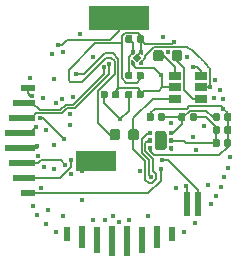
<source format=gbr>
G04 #@! TF.GenerationSoftware,KiCad,Pcbnew,(5.1.5-0-10_14)*
G04 #@! TF.CreationDate,2021-05-03T17:37:28-04:00*
G04 #@! TF.ProjectId,ESLO_RB2,45534c4f-5f52-4423-922e-6b696361645f,rev?*
G04 #@! TF.SameCoordinates,Original*
G04 #@! TF.FileFunction,Copper,L4,Bot*
G04 #@! TF.FilePolarity,Positive*
%FSLAX46Y46*%
G04 Gerber Fmt 4.6, Leading zero omitted, Abs format (unit mm)*
G04 Created by KiCad (PCBNEW (5.1.5-0-10_14)) date 2021-05-03 17:37:28*
%MOMM*%
%LPD*%
G04 APERTURE LIST*
%ADD10R,0.600000X1.300000*%
%ADD11R,0.600000X1.900000*%
%ADD12R,0.600000X2.300000*%
%ADD13R,0.600000X2.500000*%
%ADD14R,1.300000X0.600000*%
%ADD15R,1.900000X0.600000*%
%ADD16R,2.300000X0.600000*%
%ADD17R,2.500000X0.600000*%
%ADD18R,0.600000X2.000000*%
%ADD19R,1.060000X0.650000*%
%ADD20C,0.100000*%
%ADD21R,3.400000X1.800000*%
%ADD22R,5.090000X2.000000*%
%ADD23C,0.450000*%
%ADD24C,0.150000*%
G04 APERTURE END LIST*
D10*
X211260000Y-96600000D03*
D11*
X212530000Y-96900000D03*
D12*
X213800000Y-97100000D03*
D13*
X215070000Y-97200000D03*
X216340000Y-97200000D03*
D12*
X217610000Y-97100000D03*
D11*
X218880000Y-96900000D03*
D10*
X220150000Y-96600000D03*
D14*
X207930000Y-84240000D03*
D15*
X207630000Y-85510000D03*
D16*
X207430000Y-86780000D03*
D17*
X207330000Y-88050000D03*
X207330000Y-89320000D03*
D16*
X207430000Y-90590000D03*
D15*
X207630000Y-91860000D03*
D14*
X207930000Y-93130000D03*
D18*
X222400000Y-94050000D03*
X221400000Y-94050000D03*
D19*
X222600000Y-84200000D03*
X222600000Y-85150000D03*
X222600000Y-83250000D03*
X220400000Y-83250000D03*
X220400000Y-84200000D03*
X220400000Y-85150000D03*
G04 #@! TA.AperFunction,SMDPad,CuDef*
D20*
G36*
X217200000Y-81259878D02*
G01*
X217610122Y-81670000D01*
X217200000Y-82080122D01*
X216789878Y-81670000D01*
X217200000Y-81259878D01*
G37*
G04 #@! TD.AperFunction*
G04 #@! TA.AperFunction,Conductor*
G36*
X217579289Y-81470000D02*
G01*
X217370000Y-81260711D01*
X217370000Y-81010000D01*
X217680000Y-81010000D01*
X217680000Y-81470000D01*
X217579289Y-81470000D01*
G37*
G04 #@! TD.AperFunction*
G04 #@! TA.AperFunction,Conductor*
G36*
X217370000Y-82330000D02*
G01*
X217370000Y-82079289D01*
X217579289Y-81870000D01*
X217680000Y-81870000D01*
X217680000Y-82330000D01*
X217370000Y-82330000D01*
G37*
G04 #@! TD.AperFunction*
G04 #@! TA.AperFunction,Conductor*
G36*
X216720000Y-82330000D02*
G01*
X216720000Y-81870000D01*
X216820711Y-81870000D01*
X217030000Y-82079289D01*
X217030000Y-82330000D01*
X216720000Y-82330000D01*
G37*
G04 #@! TD.AperFunction*
G04 #@! TA.AperFunction,Conductor*
G36*
X216820711Y-81470000D02*
G01*
X216720000Y-81470000D01*
X216720000Y-81010000D01*
X217030000Y-81010000D01*
X217030000Y-81260711D01*
X216820711Y-81470000D01*
G37*
G04 #@! TD.AperFunction*
G04 #@! TA.AperFunction,SMDPad,CuDef*
G36*
X217646958Y-79780710D02*
G01*
X217661276Y-79782834D01*
X217675317Y-79786351D01*
X217688946Y-79791228D01*
X217702031Y-79797417D01*
X217714447Y-79804858D01*
X217726073Y-79813481D01*
X217736798Y-79823202D01*
X217746519Y-79833927D01*
X217755142Y-79845553D01*
X217762583Y-79857969D01*
X217768772Y-79871054D01*
X217773649Y-79884683D01*
X217777166Y-79898724D01*
X217779290Y-79913042D01*
X217780000Y-79927500D01*
X217780000Y-80272500D01*
X217779290Y-80286958D01*
X217777166Y-80301276D01*
X217773649Y-80315317D01*
X217768772Y-80328946D01*
X217762583Y-80342031D01*
X217755142Y-80354447D01*
X217746519Y-80366073D01*
X217736798Y-80376798D01*
X217726073Y-80386519D01*
X217714447Y-80395142D01*
X217702031Y-80402583D01*
X217688946Y-80408772D01*
X217675317Y-80413649D01*
X217661276Y-80417166D01*
X217646958Y-80419290D01*
X217632500Y-80420000D01*
X217337500Y-80420000D01*
X217323042Y-80419290D01*
X217308724Y-80417166D01*
X217294683Y-80413649D01*
X217281054Y-80408772D01*
X217267969Y-80402583D01*
X217255553Y-80395142D01*
X217243927Y-80386519D01*
X217233202Y-80376798D01*
X217223481Y-80366073D01*
X217214858Y-80354447D01*
X217207417Y-80342031D01*
X217201228Y-80328946D01*
X217196351Y-80315317D01*
X217192834Y-80301276D01*
X217190710Y-80286958D01*
X217190000Y-80272500D01*
X217190000Y-79927500D01*
X217190710Y-79913042D01*
X217192834Y-79898724D01*
X217196351Y-79884683D01*
X217201228Y-79871054D01*
X217207417Y-79857969D01*
X217214858Y-79845553D01*
X217223481Y-79833927D01*
X217233202Y-79823202D01*
X217243927Y-79813481D01*
X217255553Y-79804858D01*
X217267969Y-79797417D01*
X217281054Y-79791228D01*
X217294683Y-79786351D01*
X217308724Y-79782834D01*
X217323042Y-79780710D01*
X217337500Y-79780000D01*
X217632500Y-79780000D01*
X217646958Y-79780710D01*
G37*
G04 #@! TD.AperFunction*
G04 #@! TA.AperFunction,SMDPad,CuDef*
G36*
X216676958Y-79780710D02*
G01*
X216691276Y-79782834D01*
X216705317Y-79786351D01*
X216718946Y-79791228D01*
X216732031Y-79797417D01*
X216744447Y-79804858D01*
X216756073Y-79813481D01*
X216766798Y-79823202D01*
X216776519Y-79833927D01*
X216785142Y-79845553D01*
X216792583Y-79857969D01*
X216798772Y-79871054D01*
X216803649Y-79884683D01*
X216807166Y-79898724D01*
X216809290Y-79913042D01*
X216810000Y-79927500D01*
X216810000Y-80272500D01*
X216809290Y-80286958D01*
X216807166Y-80301276D01*
X216803649Y-80315317D01*
X216798772Y-80328946D01*
X216792583Y-80342031D01*
X216785142Y-80354447D01*
X216776519Y-80366073D01*
X216766798Y-80376798D01*
X216756073Y-80386519D01*
X216744447Y-80395142D01*
X216732031Y-80402583D01*
X216718946Y-80408772D01*
X216705317Y-80413649D01*
X216691276Y-80417166D01*
X216676958Y-80419290D01*
X216662500Y-80420000D01*
X216367500Y-80420000D01*
X216353042Y-80419290D01*
X216338724Y-80417166D01*
X216324683Y-80413649D01*
X216311054Y-80408772D01*
X216297969Y-80402583D01*
X216285553Y-80395142D01*
X216273927Y-80386519D01*
X216263202Y-80376798D01*
X216253481Y-80366073D01*
X216244858Y-80354447D01*
X216237417Y-80342031D01*
X216231228Y-80328946D01*
X216226351Y-80315317D01*
X216222834Y-80301276D01*
X216220710Y-80286958D01*
X216220000Y-80272500D01*
X216220000Y-79927500D01*
X216220710Y-79913042D01*
X216222834Y-79898724D01*
X216226351Y-79884683D01*
X216231228Y-79871054D01*
X216237417Y-79857969D01*
X216244858Y-79845553D01*
X216253481Y-79833927D01*
X216263202Y-79823202D01*
X216273927Y-79813481D01*
X216285553Y-79804858D01*
X216297969Y-79797417D01*
X216311054Y-79791228D01*
X216324683Y-79786351D01*
X216338724Y-79782834D01*
X216353042Y-79780710D01*
X216367500Y-79780000D01*
X216662500Y-79780000D01*
X216676958Y-79780710D01*
G37*
G04 #@! TD.AperFunction*
D21*
X213700000Y-90450000D03*
D22*
X215700000Y-78300000D03*
G04 #@! TA.AperFunction,SMDPad,CuDef*
D20*
G36*
X220190439Y-89150451D02*
G01*
X220199540Y-89151801D01*
X220208464Y-89154037D01*
X220217127Y-89157136D01*
X220225443Y-89161070D01*
X220233335Y-89165800D01*
X220240724Y-89171280D01*
X220247541Y-89177459D01*
X220253720Y-89184276D01*
X220259200Y-89191665D01*
X220263930Y-89199557D01*
X220267864Y-89207873D01*
X220270963Y-89216536D01*
X220273199Y-89225460D01*
X220274549Y-89234561D01*
X220275000Y-89243750D01*
X220275000Y-89456250D01*
X220274549Y-89465439D01*
X220273199Y-89474540D01*
X220270963Y-89483464D01*
X220267864Y-89492127D01*
X220263930Y-89500443D01*
X220259200Y-89508335D01*
X220253720Y-89515724D01*
X220247541Y-89522541D01*
X220240724Y-89528720D01*
X220233335Y-89534200D01*
X220225443Y-89538930D01*
X220217127Y-89542864D01*
X220208464Y-89545963D01*
X220199540Y-89548199D01*
X220190439Y-89549549D01*
X220181250Y-89550000D01*
X219993750Y-89550000D01*
X219984561Y-89549549D01*
X219975460Y-89548199D01*
X219966536Y-89545963D01*
X219957873Y-89542864D01*
X219949557Y-89538930D01*
X219941665Y-89534200D01*
X219934276Y-89528720D01*
X219927459Y-89522541D01*
X219921280Y-89515724D01*
X219915800Y-89508335D01*
X219911070Y-89500443D01*
X219907136Y-89492127D01*
X219904037Y-89483464D01*
X219901801Y-89474540D01*
X219900451Y-89465439D01*
X219900000Y-89456250D01*
X219900000Y-89243750D01*
X219900451Y-89234561D01*
X219901801Y-89225460D01*
X219904037Y-89216536D01*
X219907136Y-89207873D01*
X219911070Y-89199557D01*
X219915800Y-89191665D01*
X219921280Y-89184276D01*
X219927459Y-89177459D01*
X219934276Y-89171280D01*
X219941665Y-89165800D01*
X219949557Y-89161070D01*
X219957873Y-89157136D01*
X219966536Y-89154037D01*
X219975460Y-89151801D01*
X219984561Y-89150451D01*
X219993750Y-89150000D01*
X220181250Y-89150000D01*
X220190439Y-89150451D01*
G37*
G04 #@! TD.AperFunction*
G04 #@! TA.AperFunction,SMDPad,CuDef*
G36*
X220190439Y-88500451D02*
G01*
X220199540Y-88501801D01*
X220208464Y-88504037D01*
X220217127Y-88507136D01*
X220225443Y-88511070D01*
X220233335Y-88515800D01*
X220240724Y-88521280D01*
X220247541Y-88527459D01*
X220253720Y-88534276D01*
X220259200Y-88541665D01*
X220263930Y-88549557D01*
X220267864Y-88557873D01*
X220270963Y-88566536D01*
X220273199Y-88575460D01*
X220274549Y-88584561D01*
X220275000Y-88593750D01*
X220275000Y-88806250D01*
X220274549Y-88815439D01*
X220273199Y-88824540D01*
X220270963Y-88833464D01*
X220267864Y-88842127D01*
X220263930Y-88850443D01*
X220259200Y-88858335D01*
X220253720Y-88865724D01*
X220247541Y-88872541D01*
X220240724Y-88878720D01*
X220233335Y-88884200D01*
X220225443Y-88888930D01*
X220217127Y-88892864D01*
X220208464Y-88895963D01*
X220199540Y-88898199D01*
X220190439Y-88899549D01*
X220181250Y-88900000D01*
X219993750Y-88900000D01*
X219984561Y-88899549D01*
X219975460Y-88898199D01*
X219966536Y-88895963D01*
X219957873Y-88892864D01*
X219949557Y-88888930D01*
X219941665Y-88884200D01*
X219934276Y-88878720D01*
X219927459Y-88872541D01*
X219921280Y-88865724D01*
X219915800Y-88858335D01*
X219911070Y-88850443D01*
X219907136Y-88842127D01*
X219904037Y-88833464D01*
X219901801Y-88824540D01*
X219900451Y-88815439D01*
X219900000Y-88806250D01*
X219900000Y-88593750D01*
X219900451Y-88584561D01*
X219901801Y-88575460D01*
X219904037Y-88566536D01*
X219907136Y-88557873D01*
X219911070Y-88549557D01*
X219915800Y-88541665D01*
X219921280Y-88534276D01*
X219927459Y-88527459D01*
X219934276Y-88521280D01*
X219941665Y-88515800D01*
X219949557Y-88511070D01*
X219957873Y-88507136D01*
X219966536Y-88504037D01*
X219975460Y-88501801D01*
X219984561Y-88500451D01*
X219993750Y-88500000D01*
X220181250Y-88500000D01*
X220190439Y-88500451D01*
G37*
G04 #@! TD.AperFunction*
G04 #@! TA.AperFunction,SMDPad,CuDef*
G36*
X220190439Y-87850451D02*
G01*
X220199540Y-87851801D01*
X220208464Y-87854037D01*
X220217127Y-87857136D01*
X220225443Y-87861070D01*
X220233335Y-87865800D01*
X220240724Y-87871280D01*
X220247541Y-87877459D01*
X220253720Y-87884276D01*
X220259200Y-87891665D01*
X220263930Y-87899557D01*
X220267864Y-87907873D01*
X220270963Y-87916536D01*
X220273199Y-87925460D01*
X220274549Y-87934561D01*
X220275000Y-87943750D01*
X220275000Y-88156250D01*
X220274549Y-88165439D01*
X220273199Y-88174540D01*
X220270963Y-88183464D01*
X220267864Y-88192127D01*
X220263930Y-88200443D01*
X220259200Y-88208335D01*
X220253720Y-88215724D01*
X220247541Y-88222541D01*
X220240724Y-88228720D01*
X220233335Y-88234200D01*
X220225443Y-88238930D01*
X220217127Y-88242864D01*
X220208464Y-88245963D01*
X220199540Y-88248199D01*
X220190439Y-88249549D01*
X220181250Y-88250000D01*
X219993750Y-88250000D01*
X219984561Y-88249549D01*
X219975460Y-88248199D01*
X219966536Y-88245963D01*
X219957873Y-88242864D01*
X219949557Y-88238930D01*
X219941665Y-88234200D01*
X219934276Y-88228720D01*
X219927459Y-88222541D01*
X219921280Y-88215724D01*
X219915800Y-88208335D01*
X219911070Y-88200443D01*
X219907136Y-88192127D01*
X219904037Y-88183464D01*
X219901801Y-88174540D01*
X219900451Y-88165439D01*
X219900000Y-88156250D01*
X219900000Y-87943750D01*
X219900451Y-87934561D01*
X219901801Y-87925460D01*
X219904037Y-87916536D01*
X219907136Y-87907873D01*
X219911070Y-87899557D01*
X219915800Y-87891665D01*
X219921280Y-87884276D01*
X219927459Y-87877459D01*
X219934276Y-87871280D01*
X219941665Y-87865800D01*
X219949557Y-87861070D01*
X219957873Y-87857136D01*
X219966536Y-87854037D01*
X219975460Y-87851801D01*
X219984561Y-87850451D01*
X219993750Y-87850000D01*
X220181250Y-87850000D01*
X220190439Y-87850451D01*
G37*
G04 #@! TD.AperFunction*
G04 #@! TA.AperFunction,SMDPad,CuDef*
G36*
X218415439Y-87850451D02*
G01*
X218424540Y-87851801D01*
X218433464Y-87854037D01*
X218442127Y-87857136D01*
X218450443Y-87861070D01*
X218458335Y-87865800D01*
X218465724Y-87871280D01*
X218472541Y-87877459D01*
X218478720Y-87884276D01*
X218484200Y-87891665D01*
X218488930Y-87899557D01*
X218492864Y-87907873D01*
X218495963Y-87916536D01*
X218498199Y-87925460D01*
X218499549Y-87934561D01*
X218500000Y-87943750D01*
X218500000Y-88156250D01*
X218499549Y-88165439D01*
X218498199Y-88174540D01*
X218495963Y-88183464D01*
X218492864Y-88192127D01*
X218488930Y-88200443D01*
X218484200Y-88208335D01*
X218478720Y-88215724D01*
X218472541Y-88222541D01*
X218465724Y-88228720D01*
X218458335Y-88234200D01*
X218450443Y-88238930D01*
X218442127Y-88242864D01*
X218433464Y-88245963D01*
X218424540Y-88248199D01*
X218415439Y-88249549D01*
X218406250Y-88250000D01*
X218218750Y-88250000D01*
X218209561Y-88249549D01*
X218200460Y-88248199D01*
X218191536Y-88245963D01*
X218182873Y-88242864D01*
X218174557Y-88238930D01*
X218166665Y-88234200D01*
X218159276Y-88228720D01*
X218152459Y-88222541D01*
X218146280Y-88215724D01*
X218140800Y-88208335D01*
X218136070Y-88200443D01*
X218132136Y-88192127D01*
X218129037Y-88183464D01*
X218126801Y-88174540D01*
X218125451Y-88165439D01*
X218125000Y-88156250D01*
X218125000Y-87943750D01*
X218125451Y-87934561D01*
X218126801Y-87925460D01*
X218129037Y-87916536D01*
X218132136Y-87907873D01*
X218136070Y-87899557D01*
X218140800Y-87891665D01*
X218146280Y-87884276D01*
X218152459Y-87877459D01*
X218159276Y-87871280D01*
X218166665Y-87865800D01*
X218174557Y-87861070D01*
X218182873Y-87857136D01*
X218191536Y-87854037D01*
X218200460Y-87851801D01*
X218209561Y-87850451D01*
X218218750Y-87850000D01*
X218406250Y-87850000D01*
X218415439Y-87850451D01*
G37*
G04 #@! TD.AperFunction*
G04 #@! TA.AperFunction,SMDPad,CuDef*
G36*
X218415439Y-88500451D02*
G01*
X218424540Y-88501801D01*
X218433464Y-88504037D01*
X218442127Y-88507136D01*
X218450443Y-88511070D01*
X218458335Y-88515800D01*
X218465724Y-88521280D01*
X218472541Y-88527459D01*
X218478720Y-88534276D01*
X218484200Y-88541665D01*
X218488930Y-88549557D01*
X218492864Y-88557873D01*
X218495963Y-88566536D01*
X218498199Y-88575460D01*
X218499549Y-88584561D01*
X218500000Y-88593750D01*
X218500000Y-88806250D01*
X218499549Y-88815439D01*
X218498199Y-88824540D01*
X218495963Y-88833464D01*
X218492864Y-88842127D01*
X218488930Y-88850443D01*
X218484200Y-88858335D01*
X218478720Y-88865724D01*
X218472541Y-88872541D01*
X218465724Y-88878720D01*
X218458335Y-88884200D01*
X218450443Y-88888930D01*
X218442127Y-88892864D01*
X218433464Y-88895963D01*
X218424540Y-88898199D01*
X218415439Y-88899549D01*
X218406250Y-88900000D01*
X218218750Y-88900000D01*
X218209561Y-88899549D01*
X218200460Y-88898199D01*
X218191536Y-88895963D01*
X218182873Y-88892864D01*
X218174557Y-88888930D01*
X218166665Y-88884200D01*
X218159276Y-88878720D01*
X218152459Y-88872541D01*
X218146280Y-88865724D01*
X218140800Y-88858335D01*
X218136070Y-88850443D01*
X218132136Y-88842127D01*
X218129037Y-88833464D01*
X218126801Y-88824540D01*
X218125451Y-88815439D01*
X218125000Y-88806250D01*
X218125000Y-88593750D01*
X218125451Y-88584561D01*
X218126801Y-88575460D01*
X218129037Y-88566536D01*
X218132136Y-88557873D01*
X218136070Y-88549557D01*
X218140800Y-88541665D01*
X218146280Y-88534276D01*
X218152459Y-88527459D01*
X218159276Y-88521280D01*
X218166665Y-88515800D01*
X218174557Y-88511070D01*
X218182873Y-88507136D01*
X218191536Y-88504037D01*
X218200460Y-88501801D01*
X218209561Y-88500451D01*
X218218750Y-88500000D01*
X218406250Y-88500000D01*
X218415439Y-88500451D01*
G37*
G04 #@! TD.AperFunction*
G04 #@! TA.AperFunction,SMDPad,CuDef*
G36*
X218415439Y-89150451D02*
G01*
X218424540Y-89151801D01*
X218433464Y-89154037D01*
X218442127Y-89157136D01*
X218450443Y-89161070D01*
X218458335Y-89165800D01*
X218465724Y-89171280D01*
X218472541Y-89177459D01*
X218478720Y-89184276D01*
X218484200Y-89191665D01*
X218488930Y-89199557D01*
X218492864Y-89207873D01*
X218495963Y-89216536D01*
X218498199Y-89225460D01*
X218499549Y-89234561D01*
X218500000Y-89243750D01*
X218500000Y-89456250D01*
X218499549Y-89465439D01*
X218498199Y-89474540D01*
X218495963Y-89483464D01*
X218492864Y-89492127D01*
X218488930Y-89500443D01*
X218484200Y-89508335D01*
X218478720Y-89515724D01*
X218472541Y-89522541D01*
X218465724Y-89528720D01*
X218458335Y-89534200D01*
X218450443Y-89538930D01*
X218442127Y-89542864D01*
X218433464Y-89545963D01*
X218424540Y-89548199D01*
X218415439Y-89549549D01*
X218406250Y-89550000D01*
X218218750Y-89550000D01*
X218209561Y-89549549D01*
X218200460Y-89548199D01*
X218191536Y-89545963D01*
X218182873Y-89542864D01*
X218174557Y-89538930D01*
X218166665Y-89534200D01*
X218159276Y-89528720D01*
X218152459Y-89522541D01*
X218146280Y-89515724D01*
X218140800Y-89508335D01*
X218136070Y-89500443D01*
X218132136Y-89492127D01*
X218129037Y-89483464D01*
X218126801Y-89474540D01*
X218125451Y-89465439D01*
X218125000Y-89456250D01*
X218125000Y-89243750D01*
X218125451Y-89234561D01*
X218126801Y-89225460D01*
X218129037Y-89216536D01*
X218132136Y-89207873D01*
X218136070Y-89199557D01*
X218140800Y-89191665D01*
X218146280Y-89184276D01*
X218152459Y-89177459D01*
X218159276Y-89171280D01*
X218166665Y-89165800D01*
X218174557Y-89161070D01*
X218182873Y-89157136D01*
X218191536Y-89154037D01*
X218200460Y-89151801D01*
X218209561Y-89150451D01*
X218218750Y-89150000D01*
X218406250Y-89150000D01*
X218415439Y-89150451D01*
G37*
G04 #@! TD.AperFunction*
G04 #@! TA.AperFunction,SMDPad,CuDef*
G36*
X219474504Y-87901204D02*
G01*
X219498773Y-87904804D01*
X219522571Y-87910765D01*
X219545671Y-87919030D01*
X219567849Y-87929520D01*
X219588893Y-87942133D01*
X219608598Y-87956747D01*
X219626777Y-87973223D01*
X219643253Y-87991402D01*
X219657867Y-88011107D01*
X219670480Y-88032151D01*
X219680970Y-88054329D01*
X219689235Y-88077429D01*
X219695196Y-88101227D01*
X219698796Y-88125496D01*
X219700000Y-88150000D01*
X219700000Y-89250000D01*
X219698796Y-89274504D01*
X219695196Y-89298773D01*
X219689235Y-89322571D01*
X219680970Y-89345671D01*
X219670480Y-89367849D01*
X219657867Y-89388893D01*
X219643253Y-89408598D01*
X219626777Y-89426777D01*
X219608598Y-89443253D01*
X219588893Y-89457867D01*
X219567849Y-89470480D01*
X219545671Y-89480970D01*
X219522571Y-89489235D01*
X219498773Y-89495196D01*
X219474504Y-89498796D01*
X219450000Y-89500000D01*
X218950000Y-89500000D01*
X218925496Y-89498796D01*
X218901227Y-89495196D01*
X218877429Y-89489235D01*
X218854329Y-89480970D01*
X218832151Y-89470480D01*
X218811107Y-89457867D01*
X218791402Y-89443253D01*
X218773223Y-89426777D01*
X218756747Y-89408598D01*
X218742133Y-89388893D01*
X218729520Y-89367849D01*
X218719030Y-89345671D01*
X218710765Y-89322571D01*
X218704804Y-89298773D01*
X218701204Y-89274504D01*
X218700000Y-89250000D01*
X218700000Y-88150000D01*
X218701204Y-88125496D01*
X218704804Y-88101227D01*
X218710765Y-88077429D01*
X218719030Y-88054329D01*
X218729520Y-88032151D01*
X218742133Y-88011107D01*
X218756747Y-87991402D01*
X218773223Y-87973223D01*
X218791402Y-87956747D01*
X218811107Y-87942133D01*
X218832151Y-87929520D01*
X218854329Y-87919030D01*
X218877429Y-87910765D01*
X218901227Y-87904804D01*
X218925496Y-87901204D01*
X218950000Y-87900000D01*
X219450000Y-87900000D01*
X219474504Y-87901204D01*
G37*
G04 #@! TD.AperFunction*
G04 #@! TA.AperFunction,SMDPad,CuDef*
G36*
X218476958Y-86380710D02*
G01*
X218491276Y-86382834D01*
X218505317Y-86386351D01*
X218518946Y-86391228D01*
X218532031Y-86397417D01*
X218544447Y-86404858D01*
X218556073Y-86413481D01*
X218566798Y-86423202D01*
X218576519Y-86433927D01*
X218585142Y-86445553D01*
X218592583Y-86457969D01*
X218598772Y-86471054D01*
X218603649Y-86484683D01*
X218607166Y-86498724D01*
X218609290Y-86513042D01*
X218610000Y-86527500D01*
X218610000Y-86872500D01*
X218609290Y-86886958D01*
X218607166Y-86901276D01*
X218603649Y-86915317D01*
X218598772Y-86928946D01*
X218592583Y-86942031D01*
X218585142Y-86954447D01*
X218576519Y-86966073D01*
X218566798Y-86976798D01*
X218556073Y-86986519D01*
X218544447Y-86995142D01*
X218532031Y-87002583D01*
X218518946Y-87008772D01*
X218505317Y-87013649D01*
X218491276Y-87017166D01*
X218476958Y-87019290D01*
X218462500Y-87020000D01*
X218167500Y-87020000D01*
X218153042Y-87019290D01*
X218138724Y-87017166D01*
X218124683Y-87013649D01*
X218111054Y-87008772D01*
X218097969Y-87002583D01*
X218085553Y-86995142D01*
X218073927Y-86986519D01*
X218063202Y-86976798D01*
X218053481Y-86966073D01*
X218044858Y-86954447D01*
X218037417Y-86942031D01*
X218031228Y-86928946D01*
X218026351Y-86915317D01*
X218022834Y-86901276D01*
X218020710Y-86886958D01*
X218020000Y-86872500D01*
X218020000Y-86527500D01*
X218020710Y-86513042D01*
X218022834Y-86498724D01*
X218026351Y-86484683D01*
X218031228Y-86471054D01*
X218037417Y-86457969D01*
X218044858Y-86445553D01*
X218053481Y-86433927D01*
X218063202Y-86423202D01*
X218073927Y-86413481D01*
X218085553Y-86404858D01*
X218097969Y-86397417D01*
X218111054Y-86391228D01*
X218124683Y-86386351D01*
X218138724Y-86382834D01*
X218153042Y-86380710D01*
X218167500Y-86380000D01*
X218462500Y-86380000D01*
X218476958Y-86380710D01*
G37*
G04 #@! TD.AperFunction*
G04 #@! TA.AperFunction,SMDPad,CuDef*
G36*
X219446958Y-86380710D02*
G01*
X219461276Y-86382834D01*
X219475317Y-86386351D01*
X219488946Y-86391228D01*
X219502031Y-86397417D01*
X219514447Y-86404858D01*
X219526073Y-86413481D01*
X219536798Y-86423202D01*
X219546519Y-86433927D01*
X219555142Y-86445553D01*
X219562583Y-86457969D01*
X219568772Y-86471054D01*
X219573649Y-86484683D01*
X219577166Y-86498724D01*
X219579290Y-86513042D01*
X219580000Y-86527500D01*
X219580000Y-86872500D01*
X219579290Y-86886958D01*
X219577166Y-86901276D01*
X219573649Y-86915317D01*
X219568772Y-86928946D01*
X219562583Y-86942031D01*
X219555142Y-86954447D01*
X219546519Y-86966073D01*
X219536798Y-86976798D01*
X219526073Y-86986519D01*
X219514447Y-86995142D01*
X219502031Y-87002583D01*
X219488946Y-87008772D01*
X219475317Y-87013649D01*
X219461276Y-87017166D01*
X219446958Y-87019290D01*
X219432500Y-87020000D01*
X219137500Y-87020000D01*
X219123042Y-87019290D01*
X219108724Y-87017166D01*
X219094683Y-87013649D01*
X219081054Y-87008772D01*
X219067969Y-87002583D01*
X219055553Y-86995142D01*
X219043927Y-86986519D01*
X219033202Y-86976798D01*
X219023481Y-86966073D01*
X219014858Y-86954447D01*
X219007417Y-86942031D01*
X219001228Y-86928946D01*
X218996351Y-86915317D01*
X218992834Y-86901276D01*
X218990710Y-86886958D01*
X218990000Y-86872500D01*
X218990000Y-86527500D01*
X218990710Y-86513042D01*
X218992834Y-86498724D01*
X218996351Y-86484683D01*
X219001228Y-86471054D01*
X219007417Y-86457969D01*
X219014858Y-86445553D01*
X219023481Y-86433927D01*
X219033202Y-86423202D01*
X219043927Y-86413481D01*
X219055553Y-86404858D01*
X219067969Y-86397417D01*
X219081054Y-86391228D01*
X219094683Y-86386351D01*
X219108724Y-86382834D01*
X219123042Y-86380710D01*
X219137500Y-86380000D01*
X219432500Y-86380000D01*
X219446958Y-86380710D01*
G37*
G04 #@! TD.AperFunction*
G04 #@! TA.AperFunction,SMDPad,CuDef*
G36*
X221161958Y-86380710D02*
G01*
X221176276Y-86382834D01*
X221190317Y-86386351D01*
X221203946Y-86391228D01*
X221217031Y-86397417D01*
X221229447Y-86404858D01*
X221241073Y-86413481D01*
X221251798Y-86423202D01*
X221261519Y-86433927D01*
X221270142Y-86445553D01*
X221277583Y-86457969D01*
X221283772Y-86471054D01*
X221288649Y-86484683D01*
X221292166Y-86498724D01*
X221294290Y-86513042D01*
X221295000Y-86527500D01*
X221295000Y-86872500D01*
X221294290Y-86886958D01*
X221292166Y-86901276D01*
X221288649Y-86915317D01*
X221283772Y-86928946D01*
X221277583Y-86942031D01*
X221270142Y-86954447D01*
X221261519Y-86966073D01*
X221251798Y-86976798D01*
X221241073Y-86986519D01*
X221229447Y-86995142D01*
X221217031Y-87002583D01*
X221203946Y-87008772D01*
X221190317Y-87013649D01*
X221176276Y-87017166D01*
X221161958Y-87019290D01*
X221147500Y-87020000D01*
X220852500Y-87020000D01*
X220838042Y-87019290D01*
X220823724Y-87017166D01*
X220809683Y-87013649D01*
X220796054Y-87008772D01*
X220782969Y-87002583D01*
X220770553Y-86995142D01*
X220758927Y-86986519D01*
X220748202Y-86976798D01*
X220738481Y-86966073D01*
X220729858Y-86954447D01*
X220722417Y-86942031D01*
X220716228Y-86928946D01*
X220711351Y-86915317D01*
X220707834Y-86901276D01*
X220705710Y-86886958D01*
X220705000Y-86872500D01*
X220705000Y-86527500D01*
X220705710Y-86513042D01*
X220707834Y-86498724D01*
X220711351Y-86484683D01*
X220716228Y-86471054D01*
X220722417Y-86457969D01*
X220729858Y-86445553D01*
X220738481Y-86433927D01*
X220748202Y-86423202D01*
X220758927Y-86413481D01*
X220770553Y-86404858D01*
X220782969Y-86397417D01*
X220796054Y-86391228D01*
X220809683Y-86386351D01*
X220823724Y-86382834D01*
X220838042Y-86380710D01*
X220852500Y-86380000D01*
X221147500Y-86380000D01*
X221161958Y-86380710D01*
G37*
G04 #@! TD.AperFunction*
G04 #@! TA.AperFunction,SMDPad,CuDef*
G36*
X222131958Y-86380710D02*
G01*
X222146276Y-86382834D01*
X222160317Y-86386351D01*
X222173946Y-86391228D01*
X222187031Y-86397417D01*
X222199447Y-86404858D01*
X222211073Y-86413481D01*
X222221798Y-86423202D01*
X222231519Y-86433927D01*
X222240142Y-86445553D01*
X222247583Y-86457969D01*
X222253772Y-86471054D01*
X222258649Y-86484683D01*
X222262166Y-86498724D01*
X222264290Y-86513042D01*
X222265000Y-86527500D01*
X222265000Y-86872500D01*
X222264290Y-86886958D01*
X222262166Y-86901276D01*
X222258649Y-86915317D01*
X222253772Y-86928946D01*
X222247583Y-86942031D01*
X222240142Y-86954447D01*
X222231519Y-86966073D01*
X222221798Y-86976798D01*
X222211073Y-86986519D01*
X222199447Y-86995142D01*
X222187031Y-87002583D01*
X222173946Y-87008772D01*
X222160317Y-87013649D01*
X222146276Y-87017166D01*
X222131958Y-87019290D01*
X222117500Y-87020000D01*
X221822500Y-87020000D01*
X221808042Y-87019290D01*
X221793724Y-87017166D01*
X221779683Y-87013649D01*
X221766054Y-87008772D01*
X221752969Y-87002583D01*
X221740553Y-86995142D01*
X221728927Y-86986519D01*
X221718202Y-86976798D01*
X221708481Y-86966073D01*
X221699858Y-86954447D01*
X221692417Y-86942031D01*
X221686228Y-86928946D01*
X221681351Y-86915317D01*
X221677834Y-86901276D01*
X221675710Y-86886958D01*
X221675000Y-86872500D01*
X221675000Y-86527500D01*
X221675710Y-86513042D01*
X221677834Y-86498724D01*
X221681351Y-86484683D01*
X221686228Y-86471054D01*
X221692417Y-86457969D01*
X221699858Y-86445553D01*
X221708481Y-86433927D01*
X221718202Y-86423202D01*
X221728927Y-86413481D01*
X221740553Y-86404858D01*
X221752969Y-86397417D01*
X221766054Y-86391228D01*
X221779683Y-86386351D01*
X221793724Y-86382834D01*
X221808042Y-86380710D01*
X221822500Y-86380000D01*
X222117500Y-86380000D01*
X222131958Y-86380710D01*
G37*
G04 #@! TD.AperFunction*
G04 #@! TA.AperFunction,SMDPad,CuDef*
G36*
X225046958Y-87480710D02*
G01*
X225061276Y-87482834D01*
X225075317Y-87486351D01*
X225088946Y-87491228D01*
X225102031Y-87497417D01*
X225114447Y-87504858D01*
X225126073Y-87513481D01*
X225136798Y-87523202D01*
X225146519Y-87533927D01*
X225155142Y-87545553D01*
X225162583Y-87557969D01*
X225168772Y-87571054D01*
X225173649Y-87584683D01*
X225177166Y-87598724D01*
X225179290Y-87613042D01*
X225180000Y-87627500D01*
X225180000Y-87972500D01*
X225179290Y-87986958D01*
X225177166Y-88001276D01*
X225173649Y-88015317D01*
X225168772Y-88028946D01*
X225162583Y-88042031D01*
X225155142Y-88054447D01*
X225146519Y-88066073D01*
X225136798Y-88076798D01*
X225126073Y-88086519D01*
X225114447Y-88095142D01*
X225102031Y-88102583D01*
X225088946Y-88108772D01*
X225075317Y-88113649D01*
X225061276Y-88117166D01*
X225046958Y-88119290D01*
X225032500Y-88120000D01*
X224737500Y-88120000D01*
X224723042Y-88119290D01*
X224708724Y-88117166D01*
X224694683Y-88113649D01*
X224681054Y-88108772D01*
X224667969Y-88102583D01*
X224655553Y-88095142D01*
X224643927Y-88086519D01*
X224633202Y-88076798D01*
X224623481Y-88066073D01*
X224614858Y-88054447D01*
X224607417Y-88042031D01*
X224601228Y-88028946D01*
X224596351Y-88015317D01*
X224592834Y-88001276D01*
X224590710Y-87986958D01*
X224590000Y-87972500D01*
X224590000Y-87627500D01*
X224590710Y-87613042D01*
X224592834Y-87598724D01*
X224596351Y-87584683D01*
X224601228Y-87571054D01*
X224607417Y-87557969D01*
X224614858Y-87545553D01*
X224623481Y-87533927D01*
X224633202Y-87523202D01*
X224643927Y-87513481D01*
X224655553Y-87504858D01*
X224667969Y-87497417D01*
X224681054Y-87491228D01*
X224694683Y-87486351D01*
X224708724Y-87482834D01*
X224723042Y-87480710D01*
X224737500Y-87480000D01*
X225032500Y-87480000D01*
X225046958Y-87480710D01*
G37*
G04 #@! TD.AperFunction*
G04 #@! TA.AperFunction,SMDPad,CuDef*
G36*
X224076958Y-87480710D02*
G01*
X224091276Y-87482834D01*
X224105317Y-87486351D01*
X224118946Y-87491228D01*
X224132031Y-87497417D01*
X224144447Y-87504858D01*
X224156073Y-87513481D01*
X224166798Y-87523202D01*
X224176519Y-87533927D01*
X224185142Y-87545553D01*
X224192583Y-87557969D01*
X224198772Y-87571054D01*
X224203649Y-87584683D01*
X224207166Y-87598724D01*
X224209290Y-87613042D01*
X224210000Y-87627500D01*
X224210000Y-87972500D01*
X224209290Y-87986958D01*
X224207166Y-88001276D01*
X224203649Y-88015317D01*
X224198772Y-88028946D01*
X224192583Y-88042031D01*
X224185142Y-88054447D01*
X224176519Y-88066073D01*
X224166798Y-88076798D01*
X224156073Y-88086519D01*
X224144447Y-88095142D01*
X224132031Y-88102583D01*
X224118946Y-88108772D01*
X224105317Y-88113649D01*
X224091276Y-88117166D01*
X224076958Y-88119290D01*
X224062500Y-88120000D01*
X223767500Y-88120000D01*
X223753042Y-88119290D01*
X223738724Y-88117166D01*
X223724683Y-88113649D01*
X223711054Y-88108772D01*
X223697969Y-88102583D01*
X223685553Y-88095142D01*
X223673927Y-88086519D01*
X223663202Y-88076798D01*
X223653481Y-88066073D01*
X223644858Y-88054447D01*
X223637417Y-88042031D01*
X223631228Y-88028946D01*
X223626351Y-88015317D01*
X223622834Y-88001276D01*
X223620710Y-87986958D01*
X223620000Y-87972500D01*
X223620000Y-87627500D01*
X223620710Y-87613042D01*
X223622834Y-87598724D01*
X223626351Y-87584683D01*
X223631228Y-87571054D01*
X223637417Y-87557969D01*
X223644858Y-87545553D01*
X223653481Y-87533927D01*
X223663202Y-87523202D01*
X223673927Y-87513481D01*
X223685553Y-87504858D01*
X223697969Y-87497417D01*
X223711054Y-87491228D01*
X223724683Y-87486351D01*
X223738724Y-87482834D01*
X223753042Y-87480710D01*
X223767500Y-87480000D01*
X224062500Y-87480000D01*
X224076958Y-87480710D01*
G37*
G04 #@! TD.AperFunction*
G04 #@! TA.AperFunction,SMDPad,CuDef*
G36*
X215546958Y-84480710D02*
G01*
X215561276Y-84482834D01*
X215575317Y-84486351D01*
X215588946Y-84491228D01*
X215602031Y-84497417D01*
X215614447Y-84504858D01*
X215626073Y-84513481D01*
X215636798Y-84523202D01*
X215646519Y-84533927D01*
X215655142Y-84545553D01*
X215662583Y-84557969D01*
X215668772Y-84571054D01*
X215673649Y-84584683D01*
X215677166Y-84598724D01*
X215679290Y-84613042D01*
X215680000Y-84627500D01*
X215680000Y-84972500D01*
X215679290Y-84986958D01*
X215677166Y-85001276D01*
X215673649Y-85015317D01*
X215668772Y-85028946D01*
X215662583Y-85042031D01*
X215655142Y-85054447D01*
X215646519Y-85066073D01*
X215636798Y-85076798D01*
X215626073Y-85086519D01*
X215614447Y-85095142D01*
X215602031Y-85102583D01*
X215588946Y-85108772D01*
X215575317Y-85113649D01*
X215561276Y-85117166D01*
X215546958Y-85119290D01*
X215532500Y-85120000D01*
X215237500Y-85120000D01*
X215223042Y-85119290D01*
X215208724Y-85117166D01*
X215194683Y-85113649D01*
X215181054Y-85108772D01*
X215167969Y-85102583D01*
X215155553Y-85095142D01*
X215143927Y-85086519D01*
X215133202Y-85076798D01*
X215123481Y-85066073D01*
X215114858Y-85054447D01*
X215107417Y-85042031D01*
X215101228Y-85028946D01*
X215096351Y-85015317D01*
X215092834Y-85001276D01*
X215090710Y-84986958D01*
X215090000Y-84972500D01*
X215090000Y-84627500D01*
X215090710Y-84613042D01*
X215092834Y-84598724D01*
X215096351Y-84584683D01*
X215101228Y-84571054D01*
X215107417Y-84557969D01*
X215114858Y-84545553D01*
X215123481Y-84533927D01*
X215133202Y-84523202D01*
X215143927Y-84513481D01*
X215155553Y-84504858D01*
X215167969Y-84497417D01*
X215181054Y-84491228D01*
X215194683Y-84486351D01*
X215208724Y-84482834D01*
X215223042Y-84480710D01*
X215237500Y-84480000D01*
X215532500Y-84480000D01*
X215546958Y-84480710D01*
G37*
G04 #@! TD.AperFunction*
G04 #@! TA.AperFunction,SMDPad,CuDef*
G36*
X214576958Y-84480710D02*
G01*
X214591276Y-84482834D01*
X214605317Y-84486351D01*
X214618946Y-84491228D01*
X214632031Y-84497417D01*
X214644447Y-84504858D01*
X214656073Y-84513481D01*
X214666798Y-84523202D01*
X214676519Y-84533927D01*
X214685142Y-84545553D01*
X214692583Y-84557969D01*
X214698772Y-84571054D01*
X214703649Y-84584683D01*
X214707166Y-84598724D01*
X214709290Y-84613042D01*
X214710000Y-84627500D01*
X214710000Y-84972500D01*
X214709290Y-84986958D01*
X214707166Y-85001276D01*
X214703649Y-85015317D01*
X214698772Y-85028946D01*
X214692583Y-85042031D01*
X214685142Y-85054447D01*
X214676519Y-85066073D01*
X214666798Y-85076798D01*
X214656073Y-85086519D01*
X214644447Y-85095142D01*
X214632031Y-85102583D01*
X214618946Y-85108772D01*
X214605317Y-85113649D01*
X214591276Y-85117166D01*
X214576958Y-85119290D01*
X214562500Y-85120000D01*
X214267500Y-85120000D01*
X214253042Y-85119290D01*
X214238724Y-85117166D01*
X214224683Y-85113649D01*
X214211054Y-85108772D01*
X214197969Y-85102583D01*
X214185553Y-85095142D01*
X214173927Y-85086519D01*
X214163202Y-85076798D01*
X214153481Y-85066073D01*
X214144858Y-85054447D01*
X214137417Y-85042031D01*
X214131228Y-85028946D01*
X214126351Y-85015317D01*
X214122834Y-85001276D01*
X214120710Y-84986958D01*
X214120000Y-84972500D01*
X214120000Y-84627500D01*
X214120710Y-84613042D01*
X214122834Y-84598724D01*
X214126351Y-84584683D01*
X214131228Y-84571054D01*
X214137417Y-84557969D01*
X214144858Y-84545553D01*
X214153481Y-84533927D01*
X214163202Y-84523202D01*
X214173927Y-84513481D01*
X214185553Y-84504858D01*
X214197969Y-84497417D01*
X214211054Y-84491228D01*
X214224683Y-84486351D01*
X214238724Y-84482834D01*
X214253042Y-84480710D01*
X214267500Y-84480000D01*
X214562500Y-84480000D01*
X214576958Y-84480710D01*
G37*
G04 #@! TD.AperFunction*
G04 #@! TA.AperFunction,SMDPad,CuDef*
G36*
X217646958Y-82880710D02*
G01*
X217661276Y-82882834D01*
X217675317Y-82886351D01*
X217688946Y-82891228D01*
X217702031Y-82897417D01*
X217714447Y-82904858D01*
X217726073Y-82913481D01*
X217736798Y-82923202D01*
X217746519Y-82933927D01*
X217755142Y-82945553D01*
X217762583Y-82957969D01*
X217768772Y-82971054D01*
X217773649Y-82984683D01*
X217777166Y-82998724D01*
X217779290Y-83013042D01*
X217780000Y-83027500D01*
X217780000Y-83372500D01*
X217779290Y-83386958D01*
X217777166Y-83401276D01*
X217773649Y-83415317D01*
X217768772Y-83428946D01*
X217762583Y-83442031D01*
X217755142Y-83454447D01*
X217746519Y-83466073D01*
X217736798Y-83476798D01*
X217726073Y-83486519D01*
X217714447Y-83495142D01*
X217702031Y-83502583D01*
X217688946Y-83508772D01*
X217675317Y-83513649D01*
X217661276Y-83517166D01*
X217646958Y-83519290D01*
X217632500Y-83520000D01*
X217337500Y-83520000D01*
X217323042Y-83519290D01*
X217308724Y-83517166D01*
X217294683Y-83513649D01*
X217281054Y-83508772D01*
X217267969Y-83502583D01*
X217255553Y-83495142D01*
X217243927Y-83486519D01*
X217233202Y-83476798D01*
X217223481Y-83466073D01*
X217214858Y-83454447D01*
X217207417Y-83442031D01*
X217201228Y-83428946D01*
X217196351Y-83415317D01*
X217192834Y-83401276D01*
X217190710Y-83386958D01*
X217190000Y-83372500D01*
X217190000Y-83027500D01*
X217190710Y-83013042D01*
X217192834Y-82998724D01*
X217196351Y-82984683D01*
X217201228Y-82971054D01*
X217207417Y-82957969D01*
X217214858Y-82945553D01*
X217223481Y-82933927D01*
X217233202Y-82923202D01*
X217243927Y-82913481D01*
X217255553Y-82904858D01*
X217267969Y-82897417D01*
X217281054Y-82891228D01*
X217294683Y-82886351D01*
X217308724Y-82882834D01*
X217323042Y-82880710D01*
X217337500Y-82880000D01*
X217632500Y-82880000D01*
X217646958Y-82880710D01*
G37*
G04 #@! TD.AperFunction*
G04 #@! TA.AperFunction,SMDPad,CuDef*
G36*
X216676958Y-82880710D02*
G01*
X216691276Y-82882834D01*
X216705317Y-82886351D01*
X216718946Y-82891228D01*
X216732031Y-82897417D01*
X216744447Y-82904858D01*
X216756073Y-82913481D01*
X216766798Y-82923202D01*
X216776519Y-82933927D01*
X216785142Y-82945553D01*
X216792583Y-82957969D01*
X216798772Y-82971054D01*
X216803649Y-82984683D01*
X216807166Y-82998724D01*
X216809290Y-83013042D01*
X216810000Y-83027500D01*
X216810000Y-83372500D01*
X216809290Y-83386958D01*
X216807166Y-83401276D01*
X216803649Y-83415317D01*
X216798772Y-83428946D01*
X216792583Y-83442031D01*
X216785142Y-83454447D01*
X216776519Y-83466073D01*
X216766798Y-83476798D01*
X216756073Y-83486519D01*
X216744447Y-83495142D01*
X216732031Y-83502583D01*
X216718946Y-83508772D01*
X216705317Y-83513649D01*
X216691276Y-83517166D01*
X216676958Y-83519290D01*
X216662500Y-83520000D01*
X216367500Y-83520000D01*
X216353042Y-83519290D01*
X216338724Y-83517166D01*
X216324683Y-83513649D01*
X216311054Y-83508772D01*
X216297969Y-83502583D01*
X216285553Y-83495142D01*
X216273927Y-83486519D01*
X216263202Y-83476798D01*
X216253481Y-83466073D01*
X216244858Y-83454447D01*
X216237417Y-83442031D01*
X216231228Y-83428946D01*
X216226351Y-83415317D01*
X216222834Y-83401276D01*
X216220710Y-83386958D01*
X216220000Y-83372500D01*
X216220000Y-83027500D01*
X216220710Y-83013042D01*
X216222834Y-82998724D01*
X216226351Y-82984683D01*
X216231228Y-82971054D01*
X216237417Y-82957969D01*
X216244858Y-82945553D01*
X216253481Y-82933927D01*
X216263202Y-82923202D01*
X216273927Y-82913481D01*
X216285553Y-82904858D01*
X216297969Y-82897417D01*
X216311054Y-82891228D01*
X216324683Y-82886351D01*
X216338724Y-82882834D01*
X216353042Y-82880710D01*
X216367500Y-82880000D01*
X216662500Y-82880000D01*
X216676958Y-82880710D01*
G37*
G04 #@! TD.AperFunction*
G04 #@! TA.AperFunction,SMDPad,CuDef*
G36*
X225031958Y-88580710D02*
G01*
X225046276Y-88582834D01*
X225060317Y-88586351D01*
X225073946Y-88591228D01*
X225087031Y-88597417D01*
X225099447Y-88604858D01*
X225111073Y-88613481D01*
X225121798Y-88623202D01*
X225131519Y-88633927D01*
X225140142Y-88645553D01*
X225147583Y-88657969D01*
X225153772Y-88671054D01*
X225158649Y-88684683D01*
X225162166Y-88698724D01*
X225164290Y-88713042D01*
X225165000Y-88727500D01*
X225165000Y-89072500D01*
X225164290Y-89086958D01*
X225162166Y-89101276D01*
X225158649Y-89115317D01*
X225153772Y-89128946D01*
X225147583Y-89142031D01*
X225140142Y-89154447D01*
X225131519Y-89166073D01*
X225121798Y-89176798D01*
X225111073Y-89186519D01*
X225099447Y-89195142D01*
X225087031Y-89202583D01*
X225073946Y-89208772D01*
X225060317Y-89213649D01*
X225046276Y-89217166D01*
X225031958Y-89219290D01*
X225017500Y-89220000D01*
X224722500Y-89220000D01*
X224708042Y-89219290D01*
X224693724Y-89217166D01*
X224679683Y-89213649D01*
X224666054Y-89208772D01*
X224652969Y-89202583D01*
X224640553Y-89195142D01*
X224628927Y-89186519D01*
X224618202Y-89176798D01*
X224608481Y-89166073D01*
X224599858Y-89154447D01*
X224592417Y-89142031D01*
X224586228Y-89128946D01*
X224581351Y-89115317D01*
X224577834Y-89101276D01*
X224575710Y-89086958D01*
X224575000Y-89072500D01*
X224575000Y-88727500D01*
X224575710Y-88713042D01*
X224577834Y-88698724D01*
X224581351Y-88684683D01*
X224586228Y-88671054D01*
X224592417Y-88657969D01*
X224599858Y-88645553D01*
X224608481Y-88633927D01*
X224618202Y-88623202D01*
X224628927Y-88613481D01*
X224640553Y-88604858D01*
X224652969Y-88597417D01*
X224666054Y-88591228D01*
X224679683Y-88586351D01*
X224693724Y-88582834D01*
X224708042Y-88580710D01*
X224722500Y-88580000D01*
X225017500Y-88580000D01*
X225031958Y-88580710D01*
G37*
G04 #@! TD.AperFunction*
G04 #@! TA.AperFunction,SMDPad,CuDef*
G36*
X224061958Y-88580710D02*
G01*
X224076276Y-88582834D01*
X224090317Y-88586351D01*
X224103946Y-88591228D01*
X224117031Y-88597417D01*
X224129447Y-88604858D01*
X224141073Y-88613481D01*
X224151798Y-88623202D01*
X224161519Y-88633927D01*
X224170142Y-88645553D01*
X224177583Y-88657969D01*
X224183772Y-88671054D01*
X224188649Y-88684683D01*
X224192166Y-88698724D01*
X224194290Y-88713042D01*
X224195000Y-88727500D01*
X224195000Y-89072500D01*
X224194290Y-89086958D01*
X224192166Y-89101276D01*
X224188649Y-89115317D01*
X224183772Y-89128946D01*
X224177583Y-89142031D01*
X224170142Y-89154447D01*
X224161519Y-89166073D01*
X224151798Y-89176798D01*
X224141073Y-89186519D01*
X224129447Y-89195142D01*
X224117031Y-89202583D01*
X224103946Y-89208772D01*
X224090317Y-89213649D01*
X224076276Y-89217166D01*
X224061958Y-89219290D01*
X224047500Y-89220000D01*
X223752500Y-89220000D01*
X223738042Y-89219290D01*
X223723724Y-89217166D01*
X223709683Y-89213649D01*
X223696054Y-89208772D01*
X223682969Y-89202583D01*
X223670553Y-89195142D01*
X223658927Y-89186519D01*
X223648202Y-89176798D01*
X223638481Y-89166073D01*
X223629858Y-89154447D01*
X223622417Y-89142031D01*
X223616228Y-89128946D01*
X223611351Y-89115317D01*
X223607834Y-89101276D01*
X223605710Y-89086958D01*
X223605000Y-89072500D01*
X223605000Y-88727500D01*
X223605710Y-88713042D01*
X223607834Y-88698724D01*
X223611351Y-88684683D01*
X223616228Y-88671054D01*
X223622417Y-88657969D01*
X223629858Y-88645553D01*
X223638481Y-88633927D01*
X223648202Y-88623202D01*
X223658927Y-88613481D01*
X223670553Y-88604858D01*
X223682969Y-88597417D01*
X223696054Y-88591228D01*
X223709683Y-88586351D01*
X223723724Y-88582834D01*
X223738042Y-88580710D01*
X223752500Y-88580000D01*
X224047500Y-88580000D01*
X224061958Y-88580710D01*
G37*
G04 #@! TD.AperFunction*
G04 #@! TA.AperFunction,SMDPad,CuDef*
G36*
X224076958Y-86380710D02*
G01*
X224091276Y-86382834D01*
X224105317Y-86386351D01*
X224118946Y-86391228D01*
X224132031Y-86397417D01*
X224144447Y-86404858D01*
X224156073Y-86413481D01*
X224166798Y-86423202D01*
X224176519Y-86433927D01*
X224185142Y-86445553D01*
X224192583Y-86457969D01*
X224198772Y-86471054D01*
X224203649Y-86484683D01*
X224207166Y-86498724D01*
X224209290Y-86513042D01*
X224210000Y-86527500D01*
X224210000Y-86872500D01*
X224209290Y-86886958D01*
X224207166Y-86901276D01*
X224203649Y-86915317D01*
X224198772Y-86928946D01*
X224192583Y-86942031D01*
X224185142Y-86954447D01*
X224176519Y-86966073D01*
X224166798Y-86976798D01*
X224156073Y-86986519D01*
X224144447Y-86995142D01*
X224132031Y-87002583D01*
X224118946Y-87008772D01*
X224105317Y-87013649D01*
X224091276Y-87017166D01*
X224076958Y-87019290D01*
X224062500Y-87020000D01*
X223767500Y-87020000D01*
X223753042Y-87019290D01*
X223738724Y-87017166D01*
X223724683Y-87013649D01*
X223711054Y-87008772D01*
X223697969Y-87002583D01*
X223685553Y-86995142D01*
X223673927Y-86986519D01*
X223663202Y-86976798D01*
X223653481Y-86966073D01*
X223644858Y-86954447D01*
X223637417Y-86942031D01*
X223631228Y-86928946D01*
X223626351Y-86915317D01*
X223622834Y-86901276D01*
X223620710Y-86886958D01*
X223620000Y-86872500D01*
X223620000Y-86527500D01*
X223620710Y-86513042D01*
X223622834Y-86498724D01*
X223626351Y-86484683D01*
X223631228Y-86471054D01*
X223637417Y-86457969D01*
X223644858Y-86445553D01*
X223653481Y-86433927D01*
X223663202Y-86423202D01*
X223673927Y-86413481D01*
X223685553Y-86404858D01*
X223697969Y-86397417D01*
X223711054Y-86391228D01*
X223724683Y-86386351D01*
X223738724Y-86382834D01*
X223753042Y-86380710D01*
X223767500Y-86380000D01*
X224062500Y-86380000D01*
X224076958Y-86380710D01*
G37*
G04 #@! TD.AperFunction*
G04 #@! TA.AperFunction,SMDPad,CuDef*
G36*
X225046958Y-86380710D02*
G01*
X225061276Y-86382834D01*
X225075317Y-86386351D01*
X225088946Y-86391228D01*
X225102031Y-86397417D01*
X225114447Y-86404858D01*
X225126073Y-86413481D01*
X225136798Y-86423202D01*
X225146519Y-86433927D01*
X225155142Y-86445553D01*
X225162583Y-86457969D01*
X225168772Y-86471054D01*
X225173649Y-86484683D01*
X225177166Y-86498724D01*
X225179290Y-86513042D01*
X225180000Y-86527500D01*
X225180000Y-86872500D01*
X225179290Y-86886958D01*
X225177166Y-86901276D01*
X225173649Y-86915317D01*
X225168772Y-86928946D01*
X225162583Y-86942031D01*
X225155142Y-86954447D01*
X225146519Y-86966073D01*
X225136798Y-86976798D01*
X225126073Y-86986519D01*
X225114447Y-86995142D01*
X225102031Y-87002583D01*
X225088946Y-87008772D01*
X225075317Y-87013649D01*
X225061276Y-87017166D01*
X225046958Y-87019290D01*
X225032500Y-87020000D01*
X224737500Y-87020000D01*
X224723042Y-87019290D01*
X224708724Y-87017166D01*
X224694683Y-87013649D01*
X224681054Y-87008772D01*
X224667969Y-87002583D01*
X224655553Y-86995142D01*
X224643927Y-86986519D01*
X224633202Y-86976798D01*
X224623481Y-86966073D01*
X224614858Y-86954447D01*
X224607417Y-86942031D01*
X224601228Y-86928946D01*
X224596351Y-86915317D01*
X224592834Y-86901276D01*
X224590710Y-86886958D01*
X224590000Y-86872500D01*
X224590000Y-86527500D01*
X224590710Y-86513042D01*
X224592834Y-86498724D01*
X224596351Y-86484683D01*
X224601228Y-86471054D01*
X224607417Y-86457969D01*
X224614858Y-86445553D01*
X224623481Y-86433927D01*
X224633202Y-86423202D01*
X224643927Y-86413481D01*
X224655553Y-86404858D01*
X224667969Y-86397417D01*
X224681054Y-86391228D01*
X224694683Y-86386351D01*
X224708724Y-86382834D01*
X224723042Y-86380710D01*
X224737500Y-86380000D01*
X225032500Y-86380000D01*
X225046958Y-86380710D01*
G37*
G04 #@! TD.AperFunction*
G04 #@! TA.AperFunction,SMDPad,CuDef*
G36*
X217631958Y-84480710D02*
G01*
X217646276Y-84482834D01*
X217660317Y-84486351D01*
X217673946Y-84491228D01*
X217687031Y-84497417D01*
X217699447Y-84504858D01*
X217711073Y-84513481D01*
X217721798Y-84523202D01*
X217731519Y-84533927D01*
X217740142Y-84545553D01*
X217747583Y-84557969D01*
X217753772Y-84571054D01*
X217758649Y-84584683D01*
X217762166Y-84598724D01*
X217764290Y-84613042D01*
X217765000Y-84627500D01*
X217765000Y-84972500D01*
X217764290Y-84986958D01*
X217762166Y-85001276D01*
X217758649Y-85015317D01*
X217753772Y-85028946D01*
X217747583Y-85042031D01*
X217740142Y-85054447D01*
X217731519Y-85066073D01*
X217721798Y-85076798D01*
X217711073Y-85086519D01*
X217699447Y-85095142D01*
X217687031Y-85102583D01*
X217673946Y-85108772D01*
X217660317Y-85113649D01*
X217646276Y-85117166D01*
X217631958Y-85119290D01*
X217617500Y-85120000D01*
X217322500Y-85120000D01*
X217308042Y-85119290D01*
X217293724Y-85117166D01*
X217279683Y-85113649D01*
X217266054Y-85108772D01*
X217252969Y-85102583D01*
X217240553Y-85095142D01*
X217228927Y-85086519D01*
X217218202Y-85076798D01*
X217208481Y-85066073D01*
X217199858Y-85054447D01*
X217192417Y-85042031D01*
X217186228Y-85028946D01*
X217181351Y-85015317D01*
X217177834Y-85001276D01*
X217175710Y-84986958D01*
X217175000Y-84972500D01*
X217175000Y-84627500D01*
X217175710Y-84613042D01*
X217177834Y-84598724D01*
X217181351Y-84584683D01*
X217186228Y-84571054D01*
X217192417Y-84557969D01*
X217199858Y-84545553D01*
X217208481Y-84533927D01*
X217218202Y-84523202D01*
X217228927Y-84513481D01*
X217240553Y-84504858D01*
X217252969Y-84497417D01*
X217266054Y-84491228D01*
X217279683Y-84486351D01*
X217293724Y-84482834D01*
X217308042Y-84480710D01*
X217322500Y-84480000D01*
X217617500Y-84480000D01*
X217631958Y-84480710D01*
G37*
G04 #@! TD.AperFunction*
G04 #@! TA.AperFunction,SMDPad,CuDef*
G36*
X216661958Y-84480710D02*
G01*
X216676276Y-84482834D01*
X216690317Y-84486351D01*
X216703946Y-84491228D01*
X216717031Y-84497417D01*
X216729447Y-84504858D01*
X216741073Y-84513481D01*
X216751798Y-84523202D01*
X216761519Y-84533927D01*
X216770142Y-84545553D01*
X216777583Y-84557969D01*
X216783772Y-84571054D01*
X216788649Y-84584683D01*
X216792166Y-84598724D01*
X216794290Y-84613042D01*
X216795000Y-84627500D01*
X216795000Y-84972500D01*
X216794290Y-84986958D01*
X216792166Y-85001276D01*
X216788649Y-85015317D01*
X216783772Y-85028946D01*
X216777583Y-85042031D01*
X216770142Y-85054447D01*
X216761519Y-85066073D01*
X216751798Y-85076798D01*
X216741073Y-85086519D01*
X216729447Y-85095142D01*
X216717031Y-85102583D01*
X216703946Y-85108772D01*
X216690317Y-85113649D01*
X216676276Y-85117166D01*
X216661958Y-85119290D01*
X216647500Y-85120000D01*
X216352500Y-85120000D01*
X216338042Y-85119290D01*
X216323724Y-85117166D01*
X216309683Y-85113649D01*
X216296054Y-85108772D01*
X216282969Y-85102583D01*
X216270553Y-85095142D01*
X216258927Y-85086519D01*
X216248202Y-85076798D01*
X216238481Y-85066073D01*
X216229858Y-85054447D01*
X216222417Y-85042031D01*
X216216228Y-85028946D01*
X216211351Y-85015317D01*
X216207834Y-85001276D01*
X216205710Y-84986958D01*
X216205000Y-84972500D01*
X216205000Y-84627500D01*
X216205710Y-84613042D01*
X216207834Y-84598724D01*
X216211351Y-84584683D01*
X216216228Y-84571054D01*
X216222417Y-84557969D01*
X216229858Y-84545553D01*
X216238481Y-84533927D01*
X216248202Y-84523202D01*
X216258927Y-84513481D01*
X216270553Y-84504858D01*
X216282969Y-84497417D01*
X216296054Y-84491228D01*
X216309683Y-84486351D01*
X216323724Y-84482834D01*
X216338042Y-84480710D01*
X216352500Y-84480000D01*
X216647500Y-84480000D01*
X216661958Y-84480710D01*
G37*
G04 #@! TD.AperFunction*
G04 #@! TA.AperFunction,SMDPad,CuDef*
G36*
X215565191Y-87726053D02*
G01*
X215586426Y-87729203D01*
X215607250Y-87734419D01*
X215627462Y-87741651D01*
X215646868Y-87750830D01*
X215665281Y-87761866D01*
X215682524Y-87774654D01*
X215698430Y-87789070D01*
X215712846Y-87804976D01*
X215725634Y-87822219D01*
X215736670Y-87840632D01*
X215745849Y-87860038D01*
X215753081Y-87880250D01*
X215758297Y-87901074D01*
X215761447Y-87922309D01*
X215762500Y-87943750D01*
X215762500Y-88456250D01*
X215761447Y-88477691D01*
X215758297Y-88498926D01*
X215753081Y-88519750D01*
X215745849Y-88539962D01*
X215736670Y-88559368D01*
X215725634Y-88577781D01*
X215712846Y-88595024D01*
X215698430Y-88610930D01*
X215682524Y-88625346D01*
X215665281Y-88638134D01*
X215646868Y-88649170D01*
X215627462Y-88658349D01*
X215607250Y-88665581D01*
X215586426Y-88670797D01*
X215565191Y-88673947D01*
X215543750Y-88675000D01*
X215106250Y-88675000D01*
X215084809Y-88673947D01*
X215063574Y-88670797D01*
X215042750Y-88665581D01*
X215022538Y-88658349D01*
X215003132Y-88649170D01*
X214984719Y-88638134D01*
X214967476Y-88625346D01*
X214951570Y-88610930D01*
X214937154Y-88595024D01*
X214924366Y-88577781D01*
X214913330Y-88559368D01*
X214904151Y-88539962D01*
X214896919Y-88519750D01*
X214891703Y-88498926D01*
X214888553Y-88477691D01*
X214887500Y-88456250D01*
X214887500Y-87943750D01*
X214888553Y-87922309D01*
X214891703Y-87901074D01*
X214896919Y-87880250D01*
X214904151Y-87860038D01*
X214913330Y-87840632D01*
X214924366Y-87822219D01*
X214937154Y-87804976D01*
X214951570Y-87789070D01*
X214967476Y-87774654D01*
X214984719Y-87761866D01*
X215003132Y-87750830D01*
X215022538Y-87741651D01*
X215042750Y-87734419D01*
X215063574Y-87729203D01*
X215084809Y-87726053D01*
X215106250Y-87725000D01*
X215543750Y-87725000D01*
X215565191Y-87726053D01*
G37*
G04 #@! TD.AperFunction*
G04 #@! TA.AperFunction,SMDPad,CuDef*
G36*
X217140191Y-87726053D02*
G01*
X217161426Y-87729203D01*
X217182250Y-87734419D01*
X217202462Y-87741651D01*
X217221868Y-87750830D01*
X217240281Y-87761866D01*
X217257524Y-87774654D01*
X217273430Y-87789070D01*
X217287846Y-87804976D01*
X217300634Y-87822219D01*
X217311670Y-87840632D01*
X217320849Y-87860038D01*
X217328081Y-87880250D01*
X217333297Y-87901074D01*
X217336447Y-87922309D01*
X217337500Y-87943750D01*
X217337500Y-88456250D01*
X217336447Y-88477691D01*
X217333297Y-88498926D01*
X217328081Y-88519750D01*
X217320849Y-88539962D01*
X217311670Y-88559368D01*
X217300634Y-88577781D01*
X217287846Y-88595024D01*
X217273430Y-88610930D01*
X217257524Y-88625346D01*
X217240281Y-88638134D01*
X217221868Y-88649170D01*
X217202462Y-88658349D01*
X217182250Y-88665581D01*
X217161426Y-88670797D01*
X217140191Y-88673947D01*
X217118750Y-88675000D01*
X216681250Y-88675000D01*
X216659809Y-88673947D01*
X216638574Y-88670797D01*
X216617750Y-88665581D01*
X216597538Y-88658349D01*
X216578132Y-88649170D01*
X216559719Y-88638134D01*
X216542476Y-88625346D01*
X216526570Y-88610930D01*
X216512154Y-88595024D01*
X216499366Y-88577781D01*
X216488330Y-88559368D01*
X216479151Y-88539962D01*
X216471919Y-88519750D01*
X216466703Y-88498926D01*
X216463553Y-88477691D01*
X216462500Y-88456250D01*
X216462500Y-87943750D01*
X216463553Y-87922309D01*
X216466703Y-87901074D01*
X216471919Y-87880250D01*
X216479151Y-87860038D01*
X216488330Y-87840632D01*
X216499366Y-87822219D01*
X216512154Y-87804976D01*
X216526570Y-87789070D01*
X216542476Y-87774654D01*
X216559719Y-87761866D01*
X216578132Y-87750830D01*
X216597538Y-87741651D01*
X216617750Y-87734419D01*
X216638574Y-87729203D01*
X216659809Y-87726053D01*
X216681250Y-87725000D01*
X217118750Y-87725000D01*
X217140191Y-87726053D01*
G37*
G04 #@! TD.AperFunction*
G04 #@! TA.AperFunction,SMDPad,CuDef*
G36*
X219252691Y-81026053D02*
G01*
X219273926Y-81029203D01*
X219294750Y-81034419D01*
X219314962Y-81041651D01*
X219334368Y-81050830D01*
X219352781Y-81061866D01*
X219370024Y-81074654D01*
X219385930Y-81089070D01*
X219400346Y-81104976D01*
X219413134Y-81122219D01*
X219424170Y-81140632D01*
X219433349Y-81160038D01*
X219440581Y-81180250D01*
X219445797Y-81201074D01*
X219448947Y-81222309D01*
X219450000Y-81243750D01*
X219450000Y-81756250D01*
X219448947Y-81777691D01*
X219445797Y-81798926D01*
X219440581Y-81819750D01*
X219433349Y-81839962D01*
X219424170Y-81859368D01*
X219413134Y-81877781D01*
X219400346Y-81895024D01*
X219385930Y-81910930D01*
X219370024Y-81925346D01*
X219352781Y-81938134D01*
X219334368Y-81949170D01*
X219314962Y-81958349D01*
X219294750Y-81965581D01*
X219273926Y-81970797D01*
X219252691Y-81973947D01*
X219231250Y-81975000D01*
X218793750Y-81975000D01*
X218772309Y-81973947D01*
X218751074Y-81970797D01*
X218730250Y-81965581D01*
X218710038Y-81958349D01*
X218690632Y-81949170D01*
X218672219Y-81938134D01*
X218654976Y-81925346D01*
X218639070Y-81910930D01*
X218624654Y-81895024D01*
X218611866Y-81877781D01*
X218600830Y-81859368D01*
X218591651Y-81839962D01*
X218584419Y-81819750D01*
X218579203Y-81798926D01*
X218576053Y-81777691D01*
X218575000Y-81756250D01*
X218575000Y-81243750D01*
X218576053Y-81222309D01*
X218579203Y-81201074D01*
X218584419Y-81180250D01*
X218591651Y-81160038D01*
X218600830Y-81140632D01*
X218611866Y-81122219D01*
X218624654Y-81104976D01*
X218639070Y-81089070D01*
X218654976Y-81074654D01*
X218672219Y-81061866D01*
X218690632Y-81050830D01*
X218710038Y-81041651D01*
X218730250Y-81034419D01*
X218751074Y-81029203D01*
X218772309Y-81026053D01*
X218793750Y-81025000D01*
X219231250Y-81025000D01*
X219252691Y-81026053D01*
G37*
G04 #@! TD.AperFunction*
G04 #@! TA.AperFunction,SMDPad,CuDef*
G36*
X220827691Y-81026053D02*
G01*
X220848926Y-81029203D01*
X220869750Y-81034419D01*
X220889962Y-81041651D01*
X220909368Y-81050830D01*
X220927781Y-81061866D01*
X220945024Y-81074654D01*
X220960930Y-81089070D01*
X220975346Y-81104976D01*
X220988134Y-81122219D01*
X220999170Y-81140632D01*
X221008349Y-81160038D01*
X221015581Y-81180250D01*
X221020797Y-81201074D01*
X221023947Y-81222309D01*
X221025000Y-81243750D01*
X221025000Y-81756250D01*
X221023947Y-81777691D01*
X221020797Y-81798926D01*
X221015581Y-81819750D01*
X221008349Y-81839962D01*
X220999170Y-81859368D01*
X220988134Y-81877781D01*
X220975346Y-81895024D01*
X220960930Y-81910930D01*
X220945024Y-81925346D01*
X220927781Y-81938134D01*
X220909368Y-81949170D01*
X220889962Y-81958349D01*
X220869750Y-81965581D01*
X220848926Y-81970797D01*
X220827691Y-81973947D01*
X220806250Y-81975000D01*
X220368750Y-81975000D01*
X220347309Y-81973947D01*
X220326074Y-81970797D01*
X220305250Y-81965581D01*
X220285038Y-81958349D01*
X220265632Y-81949170D01*
X220247219Y-81938134D01*
X220229976Y-81925346D01*
X220214070Y-81910930D01*
X220199654Y-81895024D01*
X220186866Y-81877781D01*
X220175830Y-81859368D01*
X220166651Y-81839962D01*
X220159419Y-81819750D01*
X220154203Y-81798926D01*
X220151053Y-81777691D01*
X220150000Y-81756250D01*
X220150000Y-81243750D01*
X220151053Y-81222309D01*
X220154203Y-81201074D01*
X220159419Y-81180250D01*
X220166651Y-81160038D01*
X220175830Y-81140632D01*
X220186866Y-81122219D01*
X220199654Y-81104976D01*
X220214070Y-81089070D01*
X220229976Y-81074654D01*
X220247219Y-81061866D01*
X220265632Y-81050830D01*
X220285038Y-81041651D01*
X220305250Y-81034419D01*
X220326074Y-81029203D01*
X220347309Y-81026053D01*
X220368750Y-81025000D01*
X220806250Y-81025000D01*
X220827691Y-81026053D01*
G37*
G04 #@! TD.AperFunction*
D23*
X215700000Y-95600000D03*
X208769849Y-89145884D03*
X210515358Y-80618212D03*
X206700000Y-89300000D03*
X221943263Y-88428318D03*
X221381794Y-92518206D03*
X210134079Y-89099990D03*
X215800000Y-86900000D03*
X208641366Y-87589013D03*
X217449990Y-91262540D03*
X213477557Y-81650010D03*
X222889990Y-87460701D03*
X212522726Y-91310453D03*
X209300000Y-90900016D03*
X219800000Y-81200000D03*
X221400000Y-81600000D03*
X223800000Y-83600000D03*
X224200000Y-84400000D03*
X224500000Y-85200000D03*
X225100000Y-90100000D03*
X224900000Y-91000000D03*
X224600000Y-91800000D03*
X224300000Y-92600000D03*
X223900000Y-93400000D03*
X223500000Y-94100000D03*
X222100000Y-95700000D03*
X221200000Y-96400000D03*
X220500000Y-92700000D03*
X223200000Y-92500000D03*
X215150000Y-95050000D03*
X216500000Y-95400000D03*
X213500000Y-95400000D03*
X210300000Y-96400000D03*
X209500000Y-95800000D03*
X208700000Y-95000000D03*
X212400000Y-79700000D03*
X210900000Y-81200000D03*
X210000000Y-81400000D03*
X208100000Y-83400000D03*
X210200000Y-83500000D03*
X209200000Y-85100000D03*
X223700000Y-85100000D03*
X219400000Y-79900000D03*
X214500000Y-95400000D03*
X210900000Y-95100000D03*
X211003449Y-88539861D03*
X220100000Y-87200000D03*
X209000000Y-86800000D03*
X212075079Y-83088510D03*
X219237500Y-83162500D03*
X208826710Y-89980794D03*
X210200003Y-91118835D03*
X222203108Y-89462192D03*
X221950000Y-82450000D03*
X224500000Y-86000000D03*
X220309344Y-80349980D03*
X223340000Y-84140000D03*
X211631114Y-91532474D03*
X218350010Y-91760463D03*
X218150000Y-95050000D03*
X211781448Y-85045037D03*
X212527876Y-93697876D03*
X210823949Y-85207633D03*
X211114824Y-90726247D03*
X211595909Y-90367680D03*
X219200000Y-91100000D03*
X219300000Y-90312203D03*
X211563691Y-86472721D03*
X209100000Y-92729990D03*
X209637500Y-94550000D03*
X210300000Y-85500000D03*
X211541491Y-87372733D03*
X208300000Y-84884982D03*
X214366376Y-82508309D03*
X214864658Y-82174049D03*
X208355508Y-94228823D03*
X209470357Y-87776418D03*
D24*
X208769849Y-89280151D02*
X208769849Y-89145884D01*
X207330000Y-89320000D02*
X208730000Y-89320000D01*
X208730000Y-89320000D02*
X208769849Y-89280151D01*
X210833556Y-80618212D02*
X210515358Y-80618212D01*
X211251768Y-80200000D02*
X210833556Y-80618212D01*
X214950000Y-80200000D02*
X211251768Y-80200000D01*
X215700000Y-79450000D02*
X214950000Y-80200000D01*
X215700000Y-78300000D02*
X215700000Y-79450000D01*
X221400000Y-92536412D02*
X221381794Y-92518206D01*
X221400000Y-94050000D02*
X221400000Y-92536412D01*
X214400000Y-85500000D02*
X215800000Y-86900000D01*
X214400000Y-84800000D02*
X214400000Y-85500000D01*
X216500000Y-86200000D02*
X215800000Y-86900000D01*
X216500000Y-84800000D02*
X216500000Y-86200000D01*
X213700000Y-90450000D02*
X213383179Y-90450000D01*
X213383179Y-90450000D02*
X212747725Y-91085454D01*
X212747725Y-91085454D02*
X212522726Y-91310453D01*
X208330379Y-87900000D02*
X208641366Y-87589013D01*
X208300000Y-87900000D02*
X208330379Y-87900000D01*
X208150000Y-88050000D02*
X208300000Y-87900000D01*
X207330000Y-88050000D02*
X208150000Y-88050000D01*
X220400000Y-82450000D02*
X220400000Y-83250000D01*
X219450000Y-81500000D02*
X220400000Y-82450000D01*
X219012500Y-81500000D02*
X219450000Y-81500000D01*
X220400000Y-84200000D02*
X219331810Y-84200000D01*
X219720000Y-84200000D02*
X220400000Y-84200000D01*
X217800000Y-84500000D02*
X217500000Y-84800000D01*
X219031810Y-84500000D02*
X217800000Y-84500000D01*
X219331810Y-84200000D02*
X219031810Y-84500000D01*
X211003449Y-88539861D02*
X209263588Y-86800000D01*
X209263588Y-86800000D02*
X209000000Y-86800000D01*
X215610010Y-84254990D02*
X215565000Y-84300000D01*
X217244990Y-84254990D02*
X215610010Y-84254990D01*
X217470000Y-84480000D02*
X217244990Y-84254990D01*
X217470000Y-84800000D02*
X217470000Y-84480000D01*
X217100010Y-82555010D02*
X218630010Y-82555010D01*
X218630010Y-82555010D02*
X219237500Y-83162500D01*
X216875000Y-82330000D02*
X217100010Y-82555010D01*
X216875000Y-82100000D02*
X216875000Y-82330000D01*
X212705059Y-83088510D02*
X212075079Y-83088510D01*
X214493580Y-81299989D02*
X212705059Y-83088510D01*
X215124268Y-81299989D02*
X214493580Y-81299989D01*
X215600001Y-81775722D02*
X215124268Y-81299989D01*
X215385000Y-84800000D02*
X215385000Y-84480000D01*
X215385000Y-84480000D02*
X215600001Y-84264999D01*
X215600001Y-84264999D02*
X215600001Y-81775722D01*
X219331810Y-83256810D02*
X219331810Y-84200000D01*
X219237500Y-83162500D02*
X219331810Y-83256810D01*
X217200000Y-81565000D02*
X217525000Y-81240000D01*
X217200000Y-81670000D02*
X217200000Y-81565000D01*
X217525000Y-80140000D02*
X217485000Y-80100000D01*
X217525000Y-81240000D02*
X217525000Y-80140000D01*
X224885000Y-88885000D02*
X224870000Y-88900000D01*
X224885000Y-87800000D02*
X224885000Y-88885000D01*
X222600000Y-82775000D02*
X222275000Y-82450000D01*
X222600000Y-83250000D02*
X222600000Y-82775000D01*
X222275000Y-82450000D02*
X221950000Y-82450000D01*
X224885000Y-86700000D02*
X224885000Y-87800000D01*
X224885000Y-86385000D02*
X224500000Y-86000000D01*
X224885000Y-86700000D02*
X224885000Y-86385000D01*
X221623910Y-85775001D02*
X224275001Y-85775001D01*
X218315000Y-86700000D02*
X218315000Y-86380000D01*
X221398911Y-86000000D02*
X221623910Y-85775001D01*
X218315000Y-86380000D02*
X218695000Y-86000000D01*
X218695000Y-86000000D02*
X221398911Y-86000000D01*
X224275001Y-85775001D02*
X224500000Y-86000000D01*
X217485000Y-79780000D02*
X217485000Y-80100000D01*
X216213200Y-79554990D02*
X217259990Y-79554990D01*
X217259990Y-79554990D02*
X217485000Y-79780000D01*
X215900000Y-79868190D02*
X216213200Y-79554990D01*
X215900000Y-80400000D02*
X215900000Y-79868190D01*
X215900000Y-82948535D02*
X215900000Y-80400000D01*
X217485000Y-83200000D02*
X217485000Y-83520000D01*
X215900011Y-83431821D02*
X215900011Y-82948546D01*
X215900011Y-82948546D02*
X215900000Y-82948535D01*
X216268190Y-83800000D02*
X215900011Y-83431821D01*
X217205000Y-83800000D02*
X216268190Y-83800000D01*
X217485000Y-83520000D02*
X217205000Y-83800000D01*
X213894990Y-87207490D02*
X213894990Y-84473200D01*
X215299990Y-83068200D02*
X215299990Y-81943377D01*
X215325000Y-88200000D02*
X214887500Y-88200000D01*
X214887500Y-88200000D02*
X213894990Y-87207490D01*
X211500000Y-83700000D02*
X211400000Y-83600000D01*
X211400000Y-83600000D02*
X211400000Y-82700000D01*
X215299990Y-81943377D02*
X215031931Y-81675318D01*
X212517848Y-83700000D02*
X211500000Y-83700000D01*
X214542530Y-81675318D02*
X212517848Y-83700000D01*
X213894990Y-84473200D02*
X215299990Y-83068200D01*
X215849989Y-80450011D02*
X215900000Y-80400000D01*
X213649989Y-80450011D02*
X215849989Y-80450011D01*
X211400000Y-82700000D02*
X213649989Y-80450011D01*
X215031931Y-81675318D02*
X214542530Y-81675318D01*
X220159324Y-80500000D02*
X220309344Y-80349980D01*
X217885000Y-80500000D02*
X220159324Y-80500000D01*
X217485000Y-80100000D02*
X217885000Y-80500000D01*
X224870000Y-89220000D02*
X224870000Y-88900000D01*
X224177807Y-89912193D02*
X224870000Y-89220000D01*
X218674693Y-89912193D02*
X224177807Y-89912193D01*
X218312500Y-89550000D02*
X218674693Y-89912193D01*
X218312500Y-89350000D02*
X218312500Y-89550000D01*
X216875000Y-80460000D02*
X216515000Y-80100000D01*
X216875000Y-81070000D02*
X216875000Y-80460000D01*
X216494990Y-81620010D02*
X216875000Y-81240000D01*
X216494990Y-82859990D02*
X216494990Y-81620010D01*
X216515000Y-82880000D02*
X216494990Y-82859990D01*
X216515000Y-83200000D02*
X216515000Y-82880000D01*
X223915000Y-88885000D02*
X223900000Y-88900000D01*
X223915000Y-87800000D02*
X223915000Y-88885000D01*
X223915000Y-87546810D02*
X223915000Y-87800000D01*
X223068190Y-86700000D02*
X223915000Y-87546810D01*
X221970000Y-86700000D02*
X223068190Y-86700000D01*
X221374417Y-88900000D02*
X223605000Y-88900000D01*
X223605000Y-88900000D02*
X223900000Y-88900000D01*
X221174417Y-88700000D02*
X221374417Y-88900000D01*
X220087500Y-88700000D02*
X221174417Y-88700000D01*
X223280000Y-84200000D02*
X222600000Y-84200000D01*
X223340000Y-84140000D02*
X223280000Y-84200000D01*
X217599979Y-88575021D02*
X217599979Y-89712553D01*
X218200011Y-91610464D02*
X218350010Y-91760463D01*
X218312500Y-88050000D02*
X218125000Y-88050000D01*
X218125000Y-88050000D02*
X217599979Y-88575021D01*
X217599979Y-89712553D02*
X218200011Y-90312584D01*
X218200011Y-90312584D02*
X218200011Y-91610464D01*
X223117248Y-82291413D02*
X223244124Y-82441266D01*
X222987387Y-82144122D02*
X223117248Y-82291413D01*
X222854633Y-81999494D02*
X222987387Y-82144122D01*
X222580553Y-81718344D02*
X222718990Y-81857535D01*
X222439337Y-81581932D02*
X222580553Y-81718344D01*
X222295419Y-81448380D02*
X222439337Y-81581932D01*
X221848013Y-81065376D02*
X221999733Y-81190079D01*
X217905010Y-81719990D02*
X217905010Y-81504916D01*
X221537329Y-80825284D02*
X221693907Y-80943800D01*
X223340000Y-83821802D02*
X223340000Y-84140000D01*
X222148848Y-81317730D02*
X222295419Y-81448380D01*
X221693907Y-80943800D02*
X221848013Y-81065376D01*
X221502483Y-80799990D02*
X221537329Y-80825284D01*
X217525000Y-82100000D02*
X217905010Y-81719990D01*
X223355001Y-83806801D02*
X223340000Y-83821802D01*
X223355001Y-82577672D02*
X223355001Y-83806801D01*
X222718990Y-81857535D02*
X222854633Y-81999494D01*
X218609936Y-80799990D02*
X221502483Y-80799990D01*
X223244124Y-82441266D02*
X223355001Y-82577672D01*
X217905010Y-81504916D02*
X218609936Y-80799990D01*
X221999733Y-81190079D02*
X222148848Y-81317730D01*
X209083999Y-90349999D02*
X210738576Y-90349999D01*
X210738576Y-90349999D02*
X211114824Y-90726247D01*
X208843998Y-90590000D02*
X209083999Y-90349999D01*
X207430000Y-90590000D02*
X208843998Y-90590000D01*
X207630000Y-91860000D02*
X210648131Y-91860000D01*
X210648131Y-91860000D02*
X211600000Y-90908131D01*
X211600000Y-90908131D02*
X211600000Y-90300000D01*
X218170000Y-93130000D02*
X219200000Y-92100000D01*
X219200000Y-92100000D02*
X219200000Y-91100000D01*
X207930000Y-93130000D02*
X218170000Y-93130000D01*
X219618198Y-90312203D02*
X219300000Y-90312203D01*
X222400000Y-94050000D02*
X222400000Y-92900000D01*
X222400000Y-92900000D02*
X219812203Y-90312203D01*
X219812203Y-90312203D02*
X219618198Y-90312203D01*
X207930000Y-84240000D02*
X207930000Y-84690000D01*
X207930000Y-84690000D02*
X208124982Y-84884982D01*
X208124982Y-84884982D02*
X208300000Y-84884982D01*
X221920000Y-85150000D02*
X222600000Y-85150000D01*
X221200000Y-82587500D02*
X221200000Y-84430000D01*
X221200000Y-84430000D02*
X221920000Y-85150000D01*
X220587500Y-81975000D02*
X221200000Y-82587500D01*
X220587500Y-81500000D02*
X220587500Y-81975000D01*
X216900000Y-87725000D02*
X216900000Y-88200000D01*
X216900000Y-86800000D02*
X216900000Y-87725000D01*
X218550000Y-85150000D02*
X216900000Y-86800000D01*
X220400000Y-85150000D02*
X218550000Y-85150000D01*
X217200000Y-88500000D02*
X216900000Y-88200000D01*
X217899990Y-88925010D02*
X218125000Y-88700000D01*
X218125000Y-88700000D02*
X218312500Y-88700000D01*
X217899990Y-89588286D02*
X217899990Y-88925010D01*
X218566012Y-90254308D02*
X217899990Y-89588286D01*
X218800012Y-91544461D02*
X218566012Y-91310461D01*
X218566012Y-91310461D02*
X218566012Y-90254308D01*
X218800012Y-91976465D02*
X218800012Y-91544461D01*
X218476477Y-92300000D02*
X218800012Y-91976465D01*
X216900000Y-88200000D02*
X216900000Y-89436852D01*
X218200000Y-92300000D02*
X218476477Y-92300000D01*
X217900000Y-90436852D02*
X217900000Y-92000000D01*
X216900000Y-89436852D02*
X217900000Y-90436852D01*
X217900000Y-92000000D02*
X218200000Y-92300000D01*
X220275000Y-88050000D02*
X220087500Y-88050000D01*
X221000000Y-87325000D02*
X220275000Y-88050000D01*
X221000000Y-86700000D02*
X221000000Y-87325000D01*
X223074990Y-86154990D02*
X221668200Y-86154990D01*
X223620000Y-86700000D02*
X223074990Y-86154990D01*
X223915000Y-86700000D02*
X223620000Y-86700000D01*
X221668200Y-86154990D02*
X221123190Y-86700000D01*
X221123190Y-86700000D02*
X221000000Y-86700000D01*
X219285000Y-86700000D02*
X221000000Y-86700000D01*
X214366376Y-82826507D02*
X214366376Y-82508309D01*
X210666856Y-86149989D02*
X211161780Y-85655065D01*
X211810937Y-85655065D02*
X214366376Y-83099626D01*
X208949989Y-86149989D02*
X210666856Y-86149989D01*
X214366376Y-83099626D02*
X214366376Y-82826507D01*
X211161780Y-85655065D02*
X211810937Y-85655065D01*
X208310000Y-85510000D02*
X208949989Y-86149989D01*
X207630000Y-85510000D02*
X208310000Y-85510000D01*
X208655000Y-86400000D02*
X210841124Y-86400000D01*
X211286048Y-85955076D02*
X211961691Y-85955076D01*
X207430000Y-86780000D02*
X208275000Y-86780000D01*
X208275000Y-86780000D02*
X208655000Y-86400000D01*
X214864658Y-83052109D02*
X214864658Y-82174049D01*
X211961691Y-85955076D02*
X214864658Y-83052109D01*
X210841124Y-86400000D02*
X211286048Y-85955076D01*
M02*

</source>
